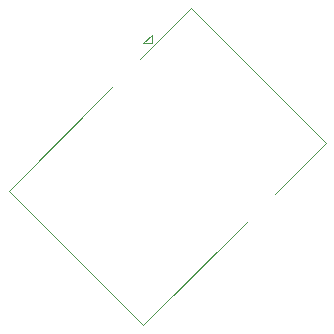
<source format=gbo>
G04 #@! TF.GenerationSoftware,KiCad,Pcbnew,(6.0.9)*
G04 #@! TF.CreationDate,2022-11-24T21:16:47+01:00*
G04 #@! TF.ProjectId,repeat-hw,72657065-6174-42d6-9877-2e6b69636164,rev?*
G04 #@! TF.SameCoordinates,Original*
G04 #@! TF.FileFunction,Legend,Bot*
G04 #@! TF.FilePolarity,Positive*
%FSLAX46Y46*%
G04 Gerber Fmt 4.6, Leading zero omitted, Abs format (unit mm)*
G04 Created by KiCad (PCBNEW (6.0.9)) date 2022-11-24 21:16:47*
%MOMM*%
%LPD*%
G01*
G04 APERTURE LIST*
G04 Aperture macros list*
%AMRotRect*
0 Rectangle, with rotation*
0 The origin of the aperture is its center*
0 $1 length*
0 $2 width*
0 $3 Rotation angle, in degrees counterclockwise*
0 Add horizontal line*
21,1,$1,$2,0,0,$3*%
G04 Aperture macros list end*
%ADD10C,0.120000*%
%ADD11C,0.650000*%
%ADD12O,2.100000X1.000000*%
%ADD13O,1.600000X1.000000*%
%ADD14C,0.700000*%
%ADD15O,0.800000X1.500000*%
%ADD16C,3.250000*%
%ADD17RotRect,1.800000X1.800000X135.000000*%
%ADD18C,1.800000*%
%ADD19C,1.600000*%
%ADD20C,3.000000*%
G04 APERTURE END LIST*
D10*
X161789080Y-87161224D02*
X153020956Y-95929348D01*
X165120260Y-83463763D02*
X164413153Y-83463763D01*
X164432245Y-107340637D02*
X153020956Y-95929348D01*
X164413153Y-83463763D02*
X165120260Y-82756656D01*
X165120260Y-82756656D02*
X165120260Y-83463763D01*
X173200369Y-98572513D02*
X164432245Y-107340637D01*
X179868386Y-91904496D02*
X168457097Y-80493207D01*
X179868386Y-91904496D02*
X175533821Y-96239061D01*
X168457097Y-80493207D02*
X164122532Y-84827772D01*
%LPC*%
D11*
X175680000Y-107490000D03*
X175680000Y-101710000D03*
D12*
X175180000Y-108920000D03*
D13*
X179360000Y-100280000D03*
X179360000Y-108920000D03*
D12*
X175180000Y-100280000D03*
D14*
X150330000Y-127274500D03*
X149060000Y-127274500D03*
X154140000Y-127274500D03*
X152870000Y-127274500D03*
X151600000Y-127274500D03*
D15*
X149695000Y-128429500D03*
X150965000Y-128429500D03*
X152235000Y-128429500D03*
X153505000Y-128429500D03*
D16*
X162477802Y-89801561D03*
X170560032Y-97883791D03*
D17*
X166964394Y-85307897D03*
D18*
X169658471Y-84409872D03*
X168760445Y-87103948D03*
X171454522Y-86205923D03*
X170556497Y-88900000D03*
X173250574Y-88001974D03*
X172352548Y-90696051D03*
X175046625Y-89798025D03*
X174148599Y-92492102D03*
X176842676Y-91594076D03*
D19*
X169520585Y-100436447D03*
X168085159Y-101871874D03*
X159925146Y-90841008D03*
X158489719Y-92276434D03*
D20*
X174226381Y-97236789D03*
X163124804Y-86135212D03*
M02*

</source>
